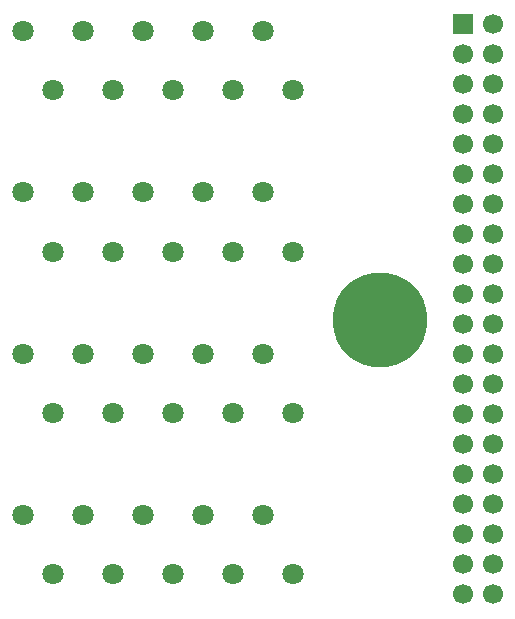
<source format=gbr>
%TF.GenerationSoftware,KiCad,Pcbnew,9.0.6*%
%TF.CreationDate,2025-12-30T01:20:39+01:00*%
%TF.ProjectId,40Pin GPIO Breakout,34305069-6e20-4475-9049-4f2042726561,rev?*%
%TF.SameCoordinates,Original*%
%TF.FileFunction,Soldermask,Bot*%
%TF.FilePolarity,Negative*%
%FSLAX46Y46*%
G04 Gerber Fmt 4.6, Leading zero omitted, Abs format (unit mm)*
G04 Created by KiCad (PCBNEW 9.0.6) date 2025-12-30 01:20:39*
%MOMM*%
%LPD*%
G01*
G04 APERTURE LIST*
%ADD10R,1.700000X1.700000*%
%ADD11C,1.700000*%
%ADD12C,1.800000*%
%ADD13C,8.000000*%
G04 APERTURE END LIST*
D10*
%TO.C,J6*%
X169960000Y-63980000D03*
D11*
X172500000Y-63980000D03*
X169960000Y-66520000D03*
X172500000Y-66520000D03*
X169960000Y-69060000D03*
X172500000Y-69060000D03*
X169960000Y-71600000D03*
X172500000Y-71600000D03*
X169960000Y-74140000D03*
X172500000Y-74140000D03*
X169960000Y-76680000D03*
X172500000Y-76680000D03*
X169960000Y-79220000D03*
X172500000Y-79220000D03*
X169960000Y-81760000D03*
X172500000Y-81760000D03*
X169960000Y-84300000D03*
X172500000Y-84300000D03*
X169960000Y-86840000D03*
X172500000Y-86840000D03*
X169960000Y-89380000D03*
X172500000Y-89380000D03*
X169960000Y-91920000D03*
X172500000Y-91920000D03*
X169960000Y-94460000D03*
X172500000Y-94460000D03*
X169960000Y-97000000D03*
X172500000Y-97000000D03*
X169960000Y-99540000D03*
X172500000Y-99540000D03*
X169960000Y-102080000D03*
X172500000Y-102080000D03*
X169960000Y-104620000D03*
X172500000Y-104620000D03*
X169960000Y-107160000D03*
X172500000Y-107160000D03*
X169960000Y-109700000D03*
X172500000Y-109700000D03*
X169960000Y-112240000D03*
X172500000Y-112240000D03*
%TD*%
D12*
%TO.C,J4*%
X132735000Y-105546400D03*
X135275003Y-110546400D03*
X137815003Y-105546400D03*
X140355003Y-110546400D03*
X142895003Y-105546400D03*
X145435003Y-110546400D03*
X147975003Y-105546400D03*
X150515003Y-110546400D03*
X153055003Y-105546400D03*
X155595003Y-110546400D03*
%TD*%
%TO.C,J3*%
X132735000Y-91886000D03*
X135275003Y-96886000D03*
X137815003Y-91886000D03*
X140355003Y-96886000D03*
X142895003Y-91886000D03*
X145435003Y-96886000D03*
X147975003Y-91886000D03*
X150515003Y-96886000D03*
X153055003Y-91886000D03*
X155595003Y-96886000D03*
%TD*%
%TO.C,J2*%
X132735000Y-78225600D03*
X135275003Y-83225600D03*
X137815003Y-78225600D03*
X140355003Y-83225600D03*
X142895003Y-78225600D03*
X145435003Y-83225600D03*
X147975003Y-78225600D03*
X150515003Y-83225600D03*
X153055003Y-78225600D03*
X155595003Y-83225600D03*
%TD*%
%TO.C,J1*%
X132735000Y-64565200D03*
X135275003Y-69565200D03*
X137815003Y-64565200D03*
X140355003Y-69565200D03*
X142895003Y-64565200D03*
X145435003Y-69565200D03*
X147975003Y-64565200D03*
X150515003Y-69565200D03*
X153055003Y-64565200D03*
X155595003Y-69565200D03*
%TD*%
D13*
X163011600Y-89001700D03*
M02*

</source>
